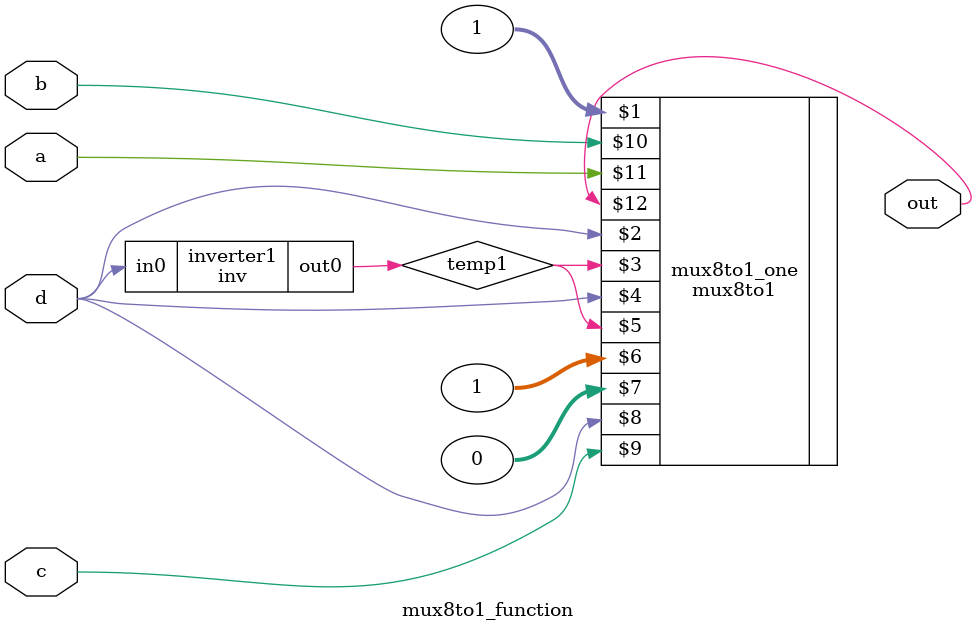
<source format=sv>
`timescale 1ns / 1ps
module inv( input logic in0, output logic out0);
    assign out0 = ~in0;
endmodule

module mux8to1_function(
    input a,
    input b,
    input c,
    input d,
    output out
    );
    logic temp1;
    inv inverter1( d, temp1);
    mux8to1 mux8to1_one( 1, d, temp1, d, temp1, 1,
                         0, d, c, b, a, out);
endmodule

</source>
